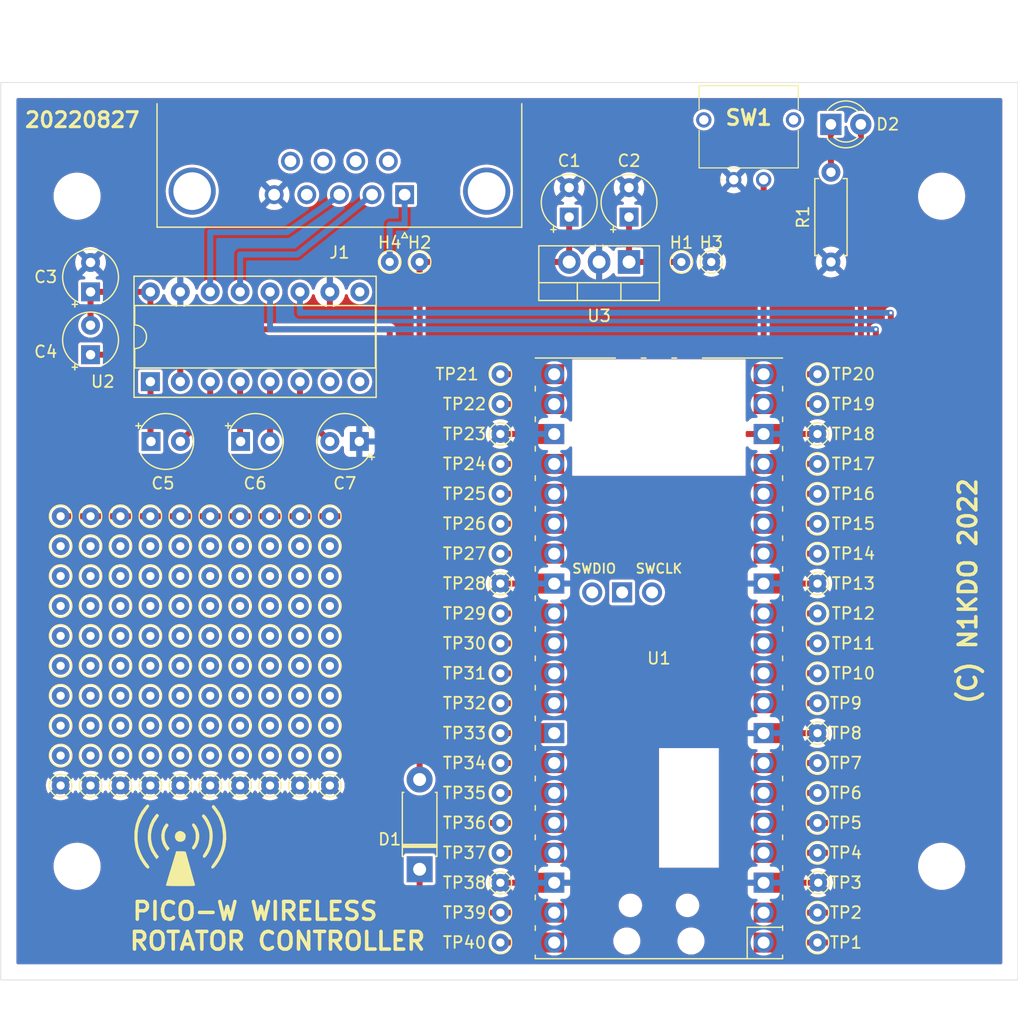
<source format=kicad_pcb>
(kicad_pcb (version 20211014) (generator pcbnew)
  (title_block (title "PICO-W Wireless Rotator Controller") (date "2022-08-27") (rev "0.1.0") (comment 4 "Copyright 2022, J. B. Otterson N1KDO."))
  (layers (0 "F.Cu" signal) (31 "B.Cu" signal) (34 "B.Paste" user) (35 "F.Paste" user) (36 "B.SilkS" user "B.Silkscreen") (37 "F.SilkS" user "F.Silkscreen") (38 "B.Mask" user) (39 "F.Mask" user) (44 "Edge.Cuts" user))
  (net 0 "")
  (net 1 "Net-(C5-Pad1)")
  (net 2 "Net-(C6-Pad1)")
  (net 3 "Net-(C2-Pad1)")
  (net 4 "GND")
  (net 5 "Net-(C6-Pad2)")
  (net 6 "Net-(C7-Pad2)")
  (net 7 "Net-(C4-Pad1)")
  (net 8 "+3.3V")
  (net 9 "Net-(C5-Pad2)")
  (net 10 "+5V")
  (net 11 "Net-(D1-Pad1)")
  (net 12 "Net-(H4-Pad1)")
  (net 13 "Net-(J1-Pad2)")
  (net 14 "Net-(J1-Pad3)")
  (net 20 "TX")
  (net 21 "RX")
  (net 22 "Net-(TP6-Pad1)")
  (net 23 "Net-(TP7-Pad1)")
  (net 24 "Net-(TP9-Pad1)")
  (net 25 "Net-(TP10-Pad1)")
  (net 26 "Net-(TP11-Pad1)")
  (net 27 "Net-(TP12-Pad1)")
  (net 28 "Net-(TP14-Pad1)")
  (net 29 "Net-(TP15-Pad1)")
  (net 30 "Net-(TP16-Pad1)")
  (net 31 "Net-(TP17-Pad1)")
  (net 32 "Net-(TP19-Pad1)")
  (net 33 "Net-(TP20-Pad1)")
  (net 34 "Net-(TP21-Pad1)")
  (net 35 "Net-(TP22-Pad1)")
  (net 36 "Net-(TP24-Pad1)")
  (net 37 "Net-(TP25-Pad1)")
  (net 38 "Net-(TP26-Pad1)")
  (net 39 "Net-(TP27-Pad1)")
  (net 40 "Net-(TP29-Pad1)")
  (net 41 "Net-(TP30-Pad1)")
  (net 42 "Net-(TP31-Pad1)")
  (net 43 "Net-(TP32-Pad1)")
  (net 44 "Net-(TP33-Pad1)")
  (net 45 "Net-(TP34-Pad1)")
  (net 46 "Net-(TP35-Pad1)")
  (net 47 "Net-(TP37-Pad1)")
  (net 48 "Net-(TP40-Pad1)")
  (net 55 "Net-(D2-Pad1)")
  (net 56 "Net-(D2-Pad2)")
  (net 57 "Net-(SW1-Pad2)")
  (footprint "TestPoint:TestPoint_THTPad_D1.5mm_Drill0.7mm" (layer "F.Cu") (at 67.818 93.345 180)
    (fp_text reference "TP38")
    (fp_text value "TestPoint")
  )
  (footprint "TestPoint:TestPoint_THTPad_D1.5mm_Drill0.7mm" (layer "F.Cu") (at 53.34 69.85)
    (fp_text reference "GH94")
    (fp_text value "MountingHole")
  )
  (footprint "TestPoint:TestPoint_THTPad_D1.5mm_Drill0.7mm" (layer "F.Cu") (at 94.742 50.165 180)
    (fp_text reference "TP20")
    (fp_text value "TestPoint")
  )
  (footprint "TestPoint:TestPoint_THTPad_D1.5mm_Drill0.7mm" (layer "F.Cu") (at 83.185 40.64)
    (fp_text reference "H1")
    (fp_text value "3")
  )
  (footprint "TestPoint:TestPoint_THTPad_D1.5mm_Drill0.7mm" (layer "F.Cu") (at 45.72 67.31)
    (fp_text reference "GH63")
    (fp_text value "MountingHole")
  )
  (footprint "TestPoint:TestPoint_THTPad_D1.5mm_Drill0.7mm" (layer "F.Cu") (at 38.1 69.85)
    (fp_text reference "GH34")
    (fp_text value "MountingHole")
  )
  (footprint "TestPoint:TestPoint_THTPad_D1.5mm_Drill0.7mm" (layer "F.Cu") (at 67.818 60.325 180)
    (fp_text reference "TP25")
    (fp_text value "TestPoint")
  )
  (footprint "TestPoint:TestPoint_THTPad_D1.5mm_Drill0.7mm" (layer "F.Cu") (at 38.1 80.01)
    (fp_text reference "GH38")
    (fp_text value "MountingHole")
  )
  (footprint "TestPoint:TestPoint_THTPad_D1.5mm_Drill0.7mm" (layer "F.Cu") (at 40.64 85.09)
    (fp_text reference "GH50")
    (fp_text value "MountingHole")
  )
  (footprint "Capacitor_THT:CP_Radial_Tantal_D4.5mm_P2.50mm" (layer "F.Cu") (at 55.838856 55.88 180)
    (fp_text reference "C7")
    (fp_text value ".1")
  )
  (footprint "TestPoint:TestPoint_THTPad_D1.5mm_Drill0.7mm" (layer "F.Cu") (at 33.02 85.09)
    (fp_text reference "GH20")
    (fp_text value "MountingHole")
  )
  (footprint "TestPoint:TestPoint_THTPad_D1.5mm_Drill0.7mm" (layer "F.Cu") (at 33.02 64.77)
    (fp_text reference "GH12")
    (fp_text value "MountingHole")
  )
  (footprint "TestPoint:TestPoint_THTPad_D1.5mm_Drill0.7mm" (layer "F.Cu") (at 94.742 98.425 180)
    (fp_text reference "TP1")
    (fp_text value "TestPoint")
  )
  (footprint "TestPoint:TestPoint_THTPad_D1.5mm_Drill0.7mm" (layer "F.Cu") (at 38.1 77.47)
    (fp_text reference "GH37")
    (fp_text value "MountingHole")
  )
  (footprint "Capacitor_THT:CP_Radial_Tantal_D4.5mm_P2.50mm" (layer "F.Cu") (at 78.74 36.83 90)
    (fp_text reference "C2")
    (fp_text value ".1")
  )
  (footprint "TestPoint:TestPoint_THTPad_D1.5mm_Drill0.7mm" (layer "F.Cu") (at 67.818 88.265 180)
    (fp_text reference "TP36")
    (fp_text value "TestPoint")
  )
  (footprint "TestPoint:TestPoint_THTPad_D1.5mm_Drill0.7mm" (layer "F.Cu") (at 38.1 82.55)
    (fp_text reference "GH39")
    (fp_text value "MountingHole")
  )
  (footprint "TestPoint:TestPoint_THTPad_D1.5mm_Drill0.7mm" (layer "F.Cu") (at 94.742 80.645 180)
    (fp_text reference "TP8")
    (fp_text value "TestPoint")
  )
  (footprint "TestPoint:TestPoint_THTPad_D1.5mm_Drill0.7mm" (layer "F.Cu") (at 94.742 83.185 180)
    (fp_text reference "TP7")
    (fp_text value "TestPoint")
  )
  (footprint "TestPoint:TestPoint_THTPad_D1.5mm_Drill0.7mm" (layer "F.Cu") (at 60.96 40.64)
    (fp_text reference "H2")
    (fp_text value "2")
  )
  (footprint "TestPoint:TestPoint_THTPad_D1.5mm_Drill0.7mm" (layer "F.Cu") (at 67.818 52.705 180)
    (fp_text reference "TP22")
    (fp_text value "TestPoint")
  )
  (footprint "TestPoint:TestPoint_THTPad_D1.5mm_Drill0.7mm" (layer "F.Cu") (at 67.818 62.865 180)
    (fp_text reference "TP26")
    (fp_text value "TestPoint")
  )
  (footprint "TestPoint:TestPoint_THTPad_D1.5mm_Drill0.7mm" (layer "F.Cu") (at 45.72 72.39)
    (fp_text reference "GH65")
    (fp_text value "MountingHole")
  )
  (footprint "TestPoint:TestPoint_THTPad_D1.5mm_Drill0.7mm" (layer "F.Cu") (at 33.02 74.93)
    (fp_text reference "GH16")
    (fp_text value "MountingHole")
  )
  (footprint "TestPoint:TestPoint_THTPad_D1.5mm_Drill0.7mm" (layer "F.Cu") (at 35.56 72.39)
    (fp_text reference "GH25")
    (fp_text value "MountingHole")
  )
  (footprint "TestPoint:TestPoint_THTPad_D1.5mm_Drill0.7mm" (layer "F.Cu") (at 45.72 62.23)
    (fp_text reference "GH61")
    (fp_text value "MountingHole")
  )
  (footprint "Resistor_THT:R_Axial_DIN0207_L6.3mm_D2.5mm_P7.62mm_Horizontal" (layer "F.Cu") (at 95.885 40.64 90)
    (fp_text reference "R1")
    (fp_text value "330")
  )
  (footprint "TestPoint:TestPoint_THTPad_D1.5mm_Drill0.7mm" (layer "F.Cu") (at 50.8 67.31)
    (fp_text reference "GH83")
    (fp_text value "MountingHole")
  )
  (footprint "TestPoint:TestPoint_THTPad_D1.5mm_Drill0.7mm" (layer "F.Cu") (at 48.26 69.85)
    (fp_text reference "GH74")
    (fp_text value "MountingHole")
  )
  (footprint "MountingHole:MountingHole_3.5mm" (layer "F.Cu") (at 31.877 35.052)
    (fp_text reference "H6")
    (fp_text value "MountingHole")
  )
  (footprint "TestPoint:TestPoint_THTPad_D1.5mm_Drill0.7mm" (layer "F.Cu") (at 35.56 80.01)
    (fp_text reference "GH28")
    (fp_text value "MountingHole")
  )
  (footprint "TestPoint:TestPoint_THTPad_D1.5mm_Drill0.7mm" (layer "F.Cu") (at 58.42 40.64)
    (fp_text reference "H4")
    (fp_text value "1")
  )
  (footprint "TestPoint:TestPoint_THTPad_D1.5mm_Drill0.7mm" (layer "F.Cu") (at 50.8 74.93)
    (fp_text reference "GH86")
    (fp_text value "MountingHole")
  )
  (footprint "TestPoint:TestPoint_THTPad_D1.5mm_Drill0.7mm" (layer "F.Cu") (at 35.56 64.77)
    (fp_text reference "GH22")
    (fp_text value "MountingHole")
  )
  (footprint "TestPoint:TestPoint_THTPad_D1.5mm_Drill0.7mm" (layer "F.Cu") (at 30.48 77.47)
    (fp_text reference "GH7")
    (fp_text value "MountingHole")
  )
  (footprint "TestPoint:TestPoint_THTPad_D1.5mm_Drill0.7mm" (layer "F.Cu") (at 67.818 98.425 180)
    (fp_text reference "TP40")
    (fp_text value "TestPoint")
  )
  (footprint "TestPoint:TestPoint_THTPad_D1.5mm_Drill0.7mm" (layer "F.Cu") (at 35.56 62.23)
    (fp_text reference "GH21")
    (fp_text value "MountingHole")
  )
  (footprint "TestPoint:TestPoint_THTPad_D1.5mm_Drill0.7mm" (layer "F.Cu") (at 50.8 64.77)
    (fp_text reference "GH82")
    (fp_text value "MountingHole")
  )
  (footprint "Capacitor_THT:CP_Radial_Tantal_D4.5mm_P2.50mm" (layer "F.Cu") (at 38.151144 55.88)
    (fp_text reference "C5")
    (fp_text value ".1")
  )
  (footprint "TestPoint:TestPoint_THTPad_D1.5mm_Drill0.7mm" (layer "F.Cu") (at 45.72 77.47)
    (fp_text reference "GH67")
    (fp_text value "MountingHole")
  )
  (footprint "Capacitor_THT:CP_Radial_Tantal_D4.5mm_P2.50mm" (layer "F.Cu") (at 33.02 43.18 90)
    (fp_text reference "C3")
    (fp_text value ".1")
  )
  (footprint "TestPoint:TestPoint_THTPad_D1.5mm_Drill0.7mm" (layer "F.Cu") (at 85.725 40.64)
    (fp_text reference "H3")
    (fp_text value "3")
  )
  (footprint "TestPoint:TestPoint_THTPad_D1.5mm_Drill0.7mm" (layer "F.Cu") (at 43.18 85.09)
    (fp_text reference "GH60")
    (fp_text value "MountingHole")
  )
  (footprint "TestPoint:TestPoint_THTPad_D1.5mm_Drill0.7mm" (layer "F.Cu") (at 30.48 72.39)
    (fp_text reference "GH5")
    (fp_text value "MountingHole")
  )
  (footprint "TestPoint:TestPoint_THTPad_D1.5mm_Drill0.7mm" (layer "F.Cu") (at 94.807 93.345 180)
    (fp_text reference "TP3")
    (fp_text value "TestPoint")
  )
  (footprint "TestPoint:TestPoint_THTPad_D1.5mm_Drill0.7mm" (layer "F.Cu") (at 94.742 57.785 180)
    (fp_text reference "TP17")
    (fp_text value "TestPoint")
  )
  (footprint "TestPoint:TestPoint_THTPad_D1.5mm_Drill0.7mm" (layer "F.Cu") (at 30.48 67.31)
    (fp_text reference "GH3")
    (fp_text value "MountingHole")
  )
  (footprint "TestPoint:TestPoint_THTPad_D1.5mm_Drill0.7mm" (layer "F.Cu") (at 38.1 64.77)
    (fp_text reference "GH32")
    (fp_text value "MountingHole")
  )
  (footprint "SamacSys_Parts:GB215AHB" (layer "F.Cu") (at 87.63 33.655 180)
    (fp_text reference "SW1")
    (fp_text value "Mode Button" hide)
  )
  (footprint "TestPoint:TestPoint_THTPad_D1.5mm_Drill0.7mm" (layer "F.Cu") (at 67.818 83.185 180)
    (fp_text reference "TP34")
    (fp_text value "TestPoint")
  )
  (footprint "TestPoint:TestPoint_THTPad_D1.5mm_Drill0.7mm" (layer "F.Cu") (at 53.34 82.55)
    (fp_text reference "GH99")
    (fp_text value "MountingHole")
  )
  (footprint "Package_DIP:DIP-16_W7.62mm_Socket" (layer "F.Cu") (at 38.1 50.8 90)
    (fp_text reference "U2")
    (fp_text value "MAX3232")
  )
  (footprint "pictures:non-ionizing-bigger" (layer "F.Cu") (at 40.64 90.17)
    (fp_text reference "G1" hide)
    (fp_text value "LOGO" hide)
  )
  (footprint "TestPoint:TestPoint_THTPad_D1.5mm_Drill0.7mm" (layer "F.Cu") (at 38.1 62.23)
    (fp_text reference "GH31")
    (fp_text value "MountingHole")
  )
  (footprint "TestPoint:TestPoint_THTPad_D1.5mm_Drill0.7mm" (layer "F.Cu") (at 35.56 69.85)
    (fp_text reference "GH24")
    (fp_text value "MountingHole")
  )
  (footprint "TestPoint:TestPoint_THTPad_D1.5mm_Drill0.7mm" (layer "F.Cu") (at 67.818 65.405 180)
    (fp_text reference "TP27")
    (fp_text value "TestPoint")
  )
  (footprint "TestPoint:TestPoint_THTPad_D1.5mm_Drill0.7mm" (layer "F.Cu") (at 67.818 85.725 180)
    (fp_text reference "TP35")
    (fp_text value "TestPoint")
  )
  (footprint "TestPoint:TestPoint_THTPad_D1.5mm_Drill0.7mm" (layer "F.Cu") (at 43.18 67.31)
    (fp_text reference "GH53")
    (fp_text value "MountingHole")
  )
  (footprint "TestPoint:TestPoint_THTPad_D1.5mm_Drill0.7mm" (layer "F.Cu") (at 45.72 69.85)
    (fp_text reference "GH64")
    (fp_text value "MountingHole")
  )
  (footprint "TestPoint:TestPoint_THTPad_D1.5mm_Drill0.7mm" (layer "F.Cu") (at 50.8 80.01)
    (fp_text reference "GH88")
    (fp_text value "MountingHole")
  )
  (footprint "Package_TO_SOT_THT:TO-220-3_Vertical" (layer "F.Cu") (at 78.74 40.64 180)
    (fp_text reference "U3")
    (fp_text value "LM7805_TO220")
  )
  (footprint "TestPoint:TestPoint_THTPad_D1.5mm_Drill0.7mm" (layer "F.Cu") (at 40.64 82.55)
    (fp_text reference "GH49")
    (fp_text value "MountingHole")
  )
  (footprint "TestPoint:TestPoint_THTPad_D1.5mm_Drill0.7mm" (layer "F.Cu") (at 67.818 80.645 180)
    (fp_text reference "TP33")
    (fp_text value "TestPoint")
  )
  (footprint "TestPoint:TestPoint_THTPad_D1.5mm_Drill0.7mm" (layer "F.Cu") (at 94.742 88.265 180)
    (fp_text reference "TP5")
    (fp_text value "TestPoint")
  )
  (footprint "TestPoint:TestPoint_THTPad_D1.5mm_Drill0.7mm" (layer "F.Cu") (at 40.64 64.77)
    (fp_text reference "GH42")
    (fp_text value "MountingHole")
  )
  (footprint "TestPoint:TestPoint_THTPad_D1.5mm_Drill0.7mm" (layer "F.Cu") (at 50.8 82.55)
    (fp_text reference "GH89")
    (fp_text value "MountingHole")
  )
  (footprint "TestPoint:TestPoint_THTPad_D1.5mm_Drill0.7mm" (layer "F.Cu") (at 43.18 82.55)
    (fp_text reference "GH59")
    (fp_text value "MountingHole")
  )
  (footprint "TestPoint:TestPoint_THTPad_D1.5mm_Drill0.7mm" (layer "F.Cu") (at 94.742 95.885 180)
    (fp_text reference "TP2")
    (fp_text value "TestPoint")
  )
  (footprint "TestPoint:TestPoint_THTPad_D1.5mm_Drill0.7mm" (layer "F.Cu") (at 40.64 80.01)
    (fp_text reference "GH48")
    (fp_text value "MountingHole")
  )
  (footprint "TestPoint:TestPoint_THTPad_D1.5mm_Drill0.7mm" (layer "F.Cu") (at 67.818 67.945 180)
    (fp_text reference "TP28")
    (fp_text value "TestPoint")
  )
  (footprint "TestPoint:TestPoint_THTPad_D1.5mm_Drill0.7mm" (layer "F.Cu") (at 53.34 80.01)
    (fp_text reference "GH98")
    (fp_text value "MountingHole")
  )
  (footprint "TestPoint:TestPoint_THTPad_D1.5mm_Drill0.7mm" (layer "F.Cu") (at 50.8 72.39)
    (fp_text reference "GH85")
    (fp_text value "MountingHole")
  )
  (footprint "TestPoint:TestPoint_THTPad_D1.5mm_Drill0.7mm" (layer "F.Cu") (at 43.18 69.85)
    (fp_text reference "GH54")
    (fp_text value "MountingHole")
  )
  (footprint "TestPoint:TestPoint_THTPad_D1.5mm_Drill0.7mm" (layer "F.Cu") (at 67.818 55.245 180)
    (fp_text reference "TP23")
    (fp_text value "TestPoint")
  )
  (footprint "TestPoint:TestPoint_THTPad_D1.5mm_Drill0.7mm" (layer "F.Cu") (at 67.818 50.165 180)
    (fp_text reference "TP21")
    (fp_text value "TestPoint")
  )
  (footprint "TestPoint:TestPoint_THTPad_D1.5mm_Drill0.7mm" (layer "F.Cu") (at 50.8 77.47)
    (fp_text reference "GH87")
    (fp_text value "MountingHole")
  )
  (footprint "TestPoint:TestPoint_THTPad_D1.5mm_Drill0.7mm" (layer "F.Cu") (at 53.34 72.39)
    (fp_text reference "GH95")
    (fp_text value "MountingHole")
  )
  (footprint "TestPoint:TestPoint_THTPad_D1.5mm_Drill0.7mm" (layer "F.Cu") (at 33.02 82.55)
    (fp_text reference "GH19")
    (fp_text value "MountingHole")
  )
  (footprint "TestPoint:TestPoint_THTPad_D1.5mm_Drill0.7mm" (layer "F.Cu") (at 33.02 67.31)
    (fp_text reference "GH13")
    (fp_text value "MountingHole")
  )
  (footprint "TestPoint:TestPoint_THTPad_D1.5mm_Drill0.7mm" (layer "F.Cu") (at 67.818 73.025 180)
    (fp_text reference "TP30")
    (fp_text value "TestPoint")
  )
  (footprint "TestPoint:TestPoint_THTPad_D1.5mm_Drill0.7mm" (layer "F.Cu") (at 48.26 85.09)
    (fp_text reference "GH80")
    (fp_text value "MountingHole")
  )
  (footprint "TestPoint:TestPoint_THTPad_D1.5mm_Drill0.7mm" (layer "F.Cu") (at 30.48 85.09)
    (fp_text reference "GH10")
    (fp_text value "MountingHole")
  )
  (footprint "TestPoint:TestPoint_THTPad_D1.5mm_Drill0.7mm" (layer "F.Cu") (at 94.742 78.105 180)
    (fp_text reference "TP9")
    (fp_text value "TestPoint")
  )
  (footprint "Connector_Dsub:DSUB-9_Male_Horizontal_P2.77x2.84mm_EdgePinOffset4.94mm_Housed_MountingHolesOffset7.48mm" (layer "F.Cu") (at 59.69 34.925 180)
    (fp_text reference "J1")
    (fp_text value "DB9_Male")
  )
  (footprint "MountingHole:MountingHole_3.5mm" (layer "F.Cu") (at 105.283 91.948)
    (fp_text reference "H8")
    (fp_text value "MountingHole")
  )
  (footprint "MountingHole:MountingHole_3.5mm" (layer "F.Cu") (at 105.283 35.052)
    (fp_text reference "H5")
    (fp_text value "MountingHole")
  )
  (footprint "TestPoint:TestPoint_THTPad_D1.5mm_Drill0.7mm" (layer "F.Cu") (at 67.818 75.565 180)
    (fp_text reference "TP31")
    (fp_text value "TestPoint")
  )
  (footprint "TestPoint:TestPoint_THTPad_D1.5mm_Drill0.7mm" (layer "F.Cu") (at 43.18 74.93)
    (fp_text reference "GH56")
    (fp_text value "MountingHole")
  )
  (footprint "pico-w:RPi_PicoW_SMD_TH" (layer "F.Cu") (at 81.28 74.295 180)
    (fp_text reference "U1")
    (fp_text value "PicoW")
  )
  (footprint "TestPoint:TestPoint_THTPad_D1.5mm_Drill0.7mm" (layer "F.Cu") (at 94.742 70.485 180)
    (fp_text reference "TP12")
    (fp_text value "TestPoint")
  )
  (footprint "TestPoint:TestPoint_THTPad_D1.5mm_Drill0.7mm" (layer "F.Cu") (at 35.56 82.55)
    (fp_text reference "GH29")
    (fp_text value "MountingHole")
  )
  (footprint "TestPoint:TestPoint_THTPad_D1.5mm_Drill0.7mm" (layer "F.Cu") (at 48.26 80.01)
    (fp_text reference "GH78")
    (fp_text value "MountingHole")
  )
  (footprint "TestPoint:TestPoint_THTPad_D1.5mm_Drill0.7mm" (layer "F.Cu") (at 67.818 70.485 180)
    (fp_text reference "TP29")
    (fp_text value "TestPoint")
  )
  (footprint "TestPoint:TestPoint_THTPad_D1.5mm_Drill0.7mm" (layer "F.Cu") (at 50.8 62.23)
    (fp_text reference "GH81")
    (fp_text value "MountingHole")
  )
  (footprint "TestPoint:TestPoint_THTPad_D1.5mm_Drill0.7mm" (layer "F.Cu") (at 40.64 69.85)
    (fp_text reference "GH44")
    (fp_text value "MountingHole")
  )
  (footprint "TestPoint:TestPoint_THTPad_D1.5mm_Drill0.7mm" (layer "F.Cu") (at 30.48 64.77)
    (fp_text reference "GH2")
    (fp_text value "MountingHole")
  )
  (footprint "TestPoint:TestPoint_THTPad_D1.5mm_Drill0.7mm" (layer "F.Cu") (at 94.742 90.805 180)
    (fp_text reference "TP4")
    (fp_text value "TestPoint")
  )
  (footprint "TestPoint:TestPoint_THTPad_D1.5mm_Drill0.7mm" (layer "F.Cu") (at 50.8 69.85)
    (fp_text reference "GH84")
    (fp_text value "MountingHole")
  )
  (footprint "TestPoint:TestPoint_THTPad_D1.5mm_Drill0.7mm" (layer "F.Cu") (at 33.02 72.39)
    (fp_text reference "GH15")
    (fp_text value "MountingHole")
  )
  (footprint "TestPoint:TestPoint_THTPad_D1.5mm_Drill0.7mm" (layer "F.Cu") (at 94.742 73.025 180)
    (fp_text reference "TP11")
    (fp_text value "TestPoint")
  )
  (footprint "TestPoint:TestPoint_THTPad_D1.5mm_Drill0.7mm" (layer "F.Cu") (at 94.742 67.945 180)
    (fp_text reference "TP13")
    (fp_text value "TestPoint")
  )
  (footprint "TestPoint:TestPoint_THTPad_D1.5mm_Drill0.7mm" (layer "F.Cu") (at 33.02 77.47)
    (fp_text reference "GH17")
    (fp_text value "MountingHole")
  )
  (footprint "Capacitor_THT:CP_Radial_Tantal_D4.5mm_P2.50mm" (layer "F.Cu") (at 33.02 48.514 90)
    (fp_text reference "C4")
    (fp_text value ".1")
  )
  (footprint "TestPoint:TestPoint_THTPad_D1.5mm_Drill0.7mm" (layer "F.Cu") (at 45.72 74.93)
    (fp_text reference "GH66")
    (fp_text value "MountingHole")
  )
  (footprint "TestPoint:TestPoint_THTPad_D1.5mm_Drill0.7mm" (layer "F.Cu") (at 38.1 85.09)
    (fp_text reference "GH40")
    (fp_text value "MountingHole")
  )
  (footprint "TestPoint:TestPoint_THTPad_D1.5mm_Drill0.7mm" (layer "F.Cu") (at 35.56 85.09)
    (fp_text reference "GH30")
    (fp_text value "MountingHole")
  )
  (footprint "TestPoint:TestPoint_THTPad_D1.5mm_Drill0.7mm" (layer "F.Cu") (at 48.26 82.55)
    (fp_text reference "GH79")
    (fp_text value "MountingHole")
  )
  (footprint "TestPoint:TestPoint_THTPad_D1.5mm_Drill0.7mm" (layer "F.Cu") (at 40.64 67.31)
    (fp_text reference "GH43")
    (fp_text value "MountingHole")
  )
  (footprint "TestPoint:TestPoint_THTPad_D1.5mm_Drill0.7mm" (layer "F.Cu") (at 67.818 57.785 180)
    (fp_text reference "TP24")
    (fp_text value "TestPoint")
  )
  (footprint "TestPoint:TestPoint_THTPad_D1.5mm_Drill0.7mm" (layer "F.Cu") (at 67.818 78.105 180)
    (fp_text reference "TP32")
    (fp_text value "TestPoint")
  )
  (footprint "TestPoint:TestPoint_THTPad_D1.5mm_Drill0.7mm" (layer "F.Cu") (at 45.72 85.09)
    (fp_text reference "GH70")
    (fp_text value "MountingHole")
  )
  (footprint "TestPoint:TestPoint_THTPad_D1.5mm_Drill0.7mm" (layer "F.Cu") (at 48.26 64.77)
    (fp_text reference "GH72")
    (fp_text value "MountingHole")
  )
  (footprint "TestPoint:TestPoint_THTPad_D1.5mm_Drill0.7mm" (layer "F.Cu") (at 38.1 74.93)
    (fp_text reference "GH36")
    (fp_text value "MountingHole")
  )
  (footprint "TestPoint:TestPoint_THTPad_D1.5mm_Drill0.7mm" (layer "F.Cu") (at 48.26 74.93)
    (fp_text reference "GH76")
    (fp_text value "MountingHole")
  )
  (footprint "TestPoint:TestPoint_THTPad_D1.5mm_Drill0.7mm" (layer "F.Cu") (at 94.742 75.565 180)
    (fp_text reference "TP10")
    (fp_text value "TestPoint")
  )
  (footprint "TestPoint:TestPoint_THTPad_D1.5mm_Drill0.7mm" (layer "F.Cu") (at 45.72 64.77)
    (fp_text reference "GH62")
    (fp_text value "MountingHole")
  )
  (footprint "TestPoint:TestPoint_THTPad_D1.5mm_Drill0.7mm" (layer "F.Cu") (at 48.26 62.23)
    (fp_text reference "GH71")
    (fp_text value "MountingHole")
  )
  (footprint "TestPoint:TestPoint_THTPad_D1.5mm_Drill0.7mm" (layer "F.Cu") (at 33.02 69.85)
    (fp_text reference "GH14")
    (fp_text value "MountingHole")
  )
  (footprint "TestPoint:TestPoint_THTPad_D1.5mm_Drill0.7mm" (layer "F.Cu") (at 35.56 77.47)
    (fp_text reference "GH27")
    (fp_text value "MountingHole")
  )
  (footprint "TestPoint:TestPoint_THTPad_D1.5mm_Drill0.7mm" (layer "F.Cu") (at 94.742 55.245 180)
    (fp_text reference "TP18")
    (fp_text value "TestPoint")
  )
  (footprint "TestPoint:TestPoint_THTPad_D1.5mm_Drill0.7mm" (layer "F.Cu") (at 94.742 52.705 180)
    (fp_text reference "TP19")
    (fp_text value "TestPoint")
  )
  (footprint "TestPoint:TestPoint_THTPad_D1.5mm_Drill0.7mm" (layer "F.Cu") (at 40.64 62.23)
    (fp_text reference "GH41")
    (fp_text value "MountingHole")
  )
  (footprint "TestPoint:TestPoint_THTPad_D1.5mm_Drill0.7mm" (layer "F.Cu") (at 30.48 74.93)
    (fp_text reference "GH6")
    (fp_text value "MountingHole")
  )
  (footprint "TestPoint:TestPoint_THTPad_D1.5mm_Drill0.7mm" (layer "F.Cu") (at 67.818 95.885 180)
    (fp_text reference "TP39")
    (fp_text value "TestPoint")
  )
  (footprint "TestPoint:TestPoint_THTPad_D1.5mm_Drill0.7mm" (layer "F.Cu") (at 94.742 85.725 180)
    (fp_text reference "TP6")
    (fp_text value "TestPoint")
  )
  (footprint "TestPoint:TestPoint_THTPad_D1.5mm_Drill0.7mm" (layer "F.Cu") (at 43.18 64.77)
    (fp_text reference "GH52")
    (fp_text value "MountingHole")
  )
  (footprint "TestPoint:TestPoint_THTPad_D1.5mm_Drill0.7mm" (layer "F.Cu") (at 53.34 85.09)
    (fp_text reference "GH100")
    (fp_text value "MountingHole")
  )
  (footprint "TestPoint:TestPoint_THTPad_D1.5mm_Drill0.7mm" (layer "F.Cu") (at 94.742 65.405 180)
    (fp_text reference "TP14")
    (fp_text value "TestPoint")
  )
  (footprint "TestPoint:TestPoint_THTPad_D1.5mm_Drill0.7mm" (layer "F.Cu") (at 33.02 80.01)
    (fp_text reference "GH18")
    (fp_text value "MountingHole")
  )
  (footprint "TestPoint:TestPoint_THTPad_D1.5mm_Drill0.7mm" (layer "F.Cu") (at 43.18 62.23)
    (fp_text reference "GH51")
    (fp_text value "MountingHole")
  )
  (footprint "TestPoint:TestPoint_THTPad_D1.5mm_Drill0.7mm" (layer "F.Cu") (at 30.48 80.01)
    (fp_text reference "GH8")
    (fp_text value "MountingHole")
  )
  (footprint "TestPoint:TestPoint_THTPad_D1.5mm_Drill0.7mm" (layer "F.Cu") (at 30.48 69.85)
    (fp_text reference "GH4")
    (fp_text value "MountingHole")
  )
  (footprint "TestPoint:TestPoint_THTPad_D1.5mm_Drill0.7mm" (layer "F.Cu") (at 35.56 67.31)
    (fp_text reference "GH23")
    (fp_text value "MountingHole")
  )
  (footprint "TestPoint:TestPoint_THTPad_D1.5mm_Drill0.7mm" (layer "F.Cu") (at 94.742 62.865 180)
    (fp_text reference "TP15")
    (fp_text value "TestPoint")
  )
  (footprint "Capacitor_THT:CP_Radial_Tantal_D4.5mm_P2.50mm" (layer "F.Cu") (at 73.66 36.83 90)
    (fp_text reference "C1")
    (fp_text value ".1")
  )
  (footprint "LED_THT:LED_D3.0mm" (layer "F.Cu") (at 95.88 28.956)
    (fp_text reference "D2")
    (fp_text value "LED")
  )
  (footprint "MountingHole:MountingHole_3.5mm" (layer "F.Cu") (at 31.877 91.948)
    (fp_text reference "H7")
    (fp_text value "MountingHole")
  )
  (footprint "TestPoint:TestPoint_THTPad_D1.5mm_Drill0.7mm" (layer "F.Cu") (at 53.34 77.47)
    (fp_text reference "GH97")
    (fp_text value "MountingHole")
  )
  (footprint "TestPoint:TestPoint_THTPad_D1.5mm_Drill0.7mm" (layer "F.Cu") (at 45.72 82.55)
    (fp_text reference "GH69")
    (fp_text value "MountingHole")
  )
  (footprint "TestPoint:TestPoint_THTPad_D1.5mm_Drill0.7mm" (layer "F.Cu") (at 40.64 72.39)
    (fp_text reference "GH45")
    (fp_text value "MountingHole")
  )
  (footprint "TestPoint:TestPoint_THTPad_D1.5mm_Drill0.7mm" (layer "F.Cu") (at 38.1 67.31)
    (fp_text reference "GH33")
    (fp_text value "MountingHole")
  )
  (footprint "TestPoint:TestPoint_THTPad_D1.5mm_Drill0.7mm" (layer "F.Cu") (at 30.48 82.55)
    (fp_text reference "GH9")
    (fp_text value "MountingHole")
  )
  (footprint "TestPoint:TestPoint_THTPad_D1.5mm_Drill0.7mm" (layer "F.Cu") (at 53.34 64.77)
    (fp_text reference "GH92")
    (fp_text value "MountingHole")
  )
  (footprint "TestPoint:TestPoint_THTPad_D1.5mm_Drill0.7mm" (layer "F.Cu") (at 53.34 74.93)
    (fp_text reference "GH96")
    (fp_text value "MountingHole")
  )
  (footprint "Diode_THT:D_DO-41_SOD81_P7.62mm_Horizontal" (layer "F.Cu") (at 60.96 92.202 90)
    (fp_text reference "D1")
    (fp_text value "1N5819")
  )
  (footprint "TestPoint:TestPoint_THTPad_D1.5mm_Drill0.7mm" (layer "F.Cu") (at 67.818 90.805 180)
    (fp_text reference "TP37")
    (fp_text value "TestPoint")
  )
  (footprint "Capacitor_THT:CP_Radial_Tantal_D4.5mm_P2.50mm" (layer "F.Cu") (at 45.761144 55.88)
    (fp_text reference "C6")
    (fp_text value ".1")
  )
  (footprint "TestPoint:TestPoint_THTPad_D1.5mm_Drill0.7mm" (layer "F.Cu") (at 94.742 60.325 180)
    (fp_text reference "TP16")
    (fp_text value "TestPoint")
  )
  (footprint "TestPoint:TestPoint_THTPad_D1.5mm_Drill0.7mm" (layer "F.Cu") (at 53.34 62.23)
    (fp_text reference "GH91")
    (fp_text value "MountingHole")
  )
  (footprint "TestPoint:TestPoint_THTPad_D1.5mm_Drill0.7mm" (layer "F.Cu") (at 48.26 67.31)
    (fp_text reference "GH73")
    (fp_text value "MountingHole")
  )
  (footprint "TestPoint:TestPoint_THTPad_D1.5mm_Drill0.7mm" (layer "F.Cu") (at 38.1 72.39)
    (fp_text reference "GH35")
    (fp_text value "MountingHole")
  )
  (footprint "TestPoint:TestPoint_THTPad_D1.5mm_Drill0.7mm" (layer "F.Cu") (at 35.56 74.93)
    (fp_text reference "GH26")
    (fp_text value "MountingHole")
  )
  (footprint "TestPoint:TestPoint_THTPad_D1.5mm_Drill0.7mm" (layer "F.Cu") (at 43.18 72.39)
    (fp_text reference "GH55")
    (fp_text value "MountingHole")
  )
  (footprint "TestPoint:TestPoint_THTPad_D1.5mm_Drill0.7mm" (layer "F.Cu") (at 33.02 62.23)
    (fp_text reference "GH11")
    (fp_text value "MountingHole")
  )
  (footprint "TestPoint:TestPoint_THTPad_D1.5mm_Drill0.7mm" (layer "F.Cu") (at 40.64 74.93)
    (fp_text reference "GH46")
    (fp_text value "MountingHole")
  )
  (footprint "TestPoint:TestPoint_THTPad_D1.5mm_Drill0.7mm" (layer "F.Cu") (at 50.8 85.09)
    (fp_text reference "GH90")
    (fp_text value "MountingHole")
  )
  (footprint "TestPoint:TestPoint_THTPad_D1.5mm_Drill0.7mm" (layer "F.Cu") (at 30.48 62.23)
    (fp_text reference "GH1")
    (fp_text value "MountingHole")
  )
  (footprint "TestPoint:TestPoint_THTPad_D1.5mm_Drill0.7mm" (layer "F.Cu") (at 48.26 77.47)
    (fp_text reference "GH77")
    (fp_text value "MountingHole")
  )
  (footprint "TestPoint:TestPoint_THTPad_D1.5mm_Drill0.7mm" (layer "F.Cu") (at 48.26 72.39)
    (fp_text reference "GH75")
    (fp_text value "MountingHole")
  )
  (footprint "TestPoint:TestPoint_THTPad_D1.5mm_Drill0.7mm" (layer "F.Cu") (at 40.64 77.47)
    (fp_text reference "GH47")
    (fp_text value "MountingHole")
  )
  (footprint "TestPoint:TestPoint_THTPad_D1.5mm_Drill0.7mm" (layer "F.Cu") (at 53.34 67.31)
    (fp_text reference "GH93")
    (fp_text value "MountingHole")
  )
  (footprint "TestPoint:TestPoint_THTPad_D1.5mm_Drill0.7mm" (layer "F.Cu") (at 43.18 80.01)
    (fp_text reference "GH58")
    (fp_text value "MountingHole")
  )
  (footprint "TestPoint:TestPoint_THTPad_D1.5mm_Drill0.7mm" (layer "F.Cu") (at 43.18 77.47)
    (fp_text reference "GH57")
    (fp_text value "MountingHole")
  )
  (footprint "TestPoint:TestPoint_THTPad_D1.5mm_Drill0.7mm" (layer "F.Cu") (at 45.72 80.01)
    (fp_text reference "GH68")
    (fp_text value "MountingHole")
  )
  (gr_rect (start 25.4 25.4) (end 111.76 101.6) (layer "Edge.Cuts") (width 0.05) (fill none))
  (gr_text "(C) N1KDO 2022" (at 107.504 68.58 90) (layer "F.SilkS") (effects (font (size 1.5 1.5) (thickness 0.3))))
  (gr_text "PICO-W WIRELESS" (at 46.99 95.758) (layer "F.SilkS") (effects (font (size 1.5 1.5) (thickness 0.3))))
  (gr_text "20220827" (at 32.32 28.575) (layer "F.SilkS") (effects (font (size 1.27 1.27) (thickness 0.254))))
  (gr_text "ROTATOR CONTROLLER" (at 48.895 98.298) (layer "F.SilkS") (effects (font (size 1.5 1.5) (thickness 0.3))))
  (segment (start 38.11 51.054) (end 38.11 55.88) (width 0.508) (layer "F.Cu") (net 1))
  (segment (start 45.72 51.054) (end 45.72 55.88) (width 0.508) (layer "F.Cu") (net 2))
  (segment (start 78.74 36.83) (end 78.74 40.173144) (width 0.508) (layer "F.Cu") (net 3))
  (segment (start 83.185 40.64) (end 78.74 40.64) (width 0.508) (layer "F.Cu") (net 3))
  (segment (start 67.818 67.945) (end 72.39 67.945) (width 0.508) (layer "F.Cu") (net 4))
  (segment (start 94.742 67.945) (end 90.17 67.945) (width 0.508) (layer "F.Cu") (net 4))
  (segment (start 94.742 80.645) (end 90.17 80.645) (width 0.508) (layer "F.Cu") (net 4))
  (segment (start 90.17 55.245) (end 94.742 55.245) (width 0.508) (layer "F.Cu") (net 4))
  (segment (start 67.818 93.345) (end 72.39 93.345) (width 0.508) (layer "F.Cu") (net 4))
  (segment (start 67.818 55.245) (end 72.39 55.245) (width 0.508) (layer "F.Cu") (net 4))
  (segment (start 90.17 93.345) (end 94.807 93.345) (width 0.508) (layer "F.Cu") (net 4))
  (segment (start 48.26 51.054) (end 48.26 55.88) (width 0.508) (layer "F.Cu") (net 5))
  (segment (start 50.8 50.8) (end 50.8 53.341144) (width 0.508) (layer "F.Cu") (net 6))
  (segment (start 50.8 53.341144) (end 53.338856 55.88) (width 0.508) (layer "F.Cu") (net 6))
  (segment (start 40.64 48.514) (end 40.64 51.054) (width 0.508) (layer "F.Cu") (net 7))
  (segment (start 33.02 48.514) (end 40.64 48.514) (width 0.508) (layer "F.Cu") (net 7))
  (segment (start 67.818 88.265) (end 72.39 88.265) (width 0.508) (layer "F.Cu") (net 8))
  (segment (start 33.02 43.18) (end 38.1 43.18) (width 0.508) (layer "F.Cu") (net 8))
  (segment (start 30.48 62.23) (end 53.34 62.23) (width 0.508) (layer "F.Cu") (net 8))
  (segment (start 33.02 43.18) (end 33.02 46.014) (width 0.508) (layer "F.Cu") (net 8))
  (segment (start 58.42 88.265) (end 67.818 88.265) (width 0.508) (layer "F.Cu") (net 8))
  (segment (start 58.42 62.23) (end 53.34 62.23) (width 0.508) (layer "F.Cu") (net 8))
  (segment (start 38.1 43.18) (end 38.1 46.355) (width 0.508) (layer "F.Cu") (net 8))
  (segment (start 58.42 62.23) (end 58.42 46.355) (width 0.508) (layer "F.Cu") (net 8))
  (segment (start 58.42 46.355) (end 38.1 46.355) (width 0.508) (layer "F.Cu") (net 8))
  (segment (start 58.42 88.265) (end 58.42 62.23) (width 0.508) (layer "F.Cu") (net 8))
  (segment (start 40.651144 55.88) (end 43.19 53.341144) (width 0.508) (layer "F.Cu") (net 9))
  (segment (start 43.18 53.331144) (end 43.18 51.044) (width 0.508) (layer "F.Cu") (net 9))
  (segment (start 60.96 40.64) (end 73.66 40.64) (width 0.508) (layer "F.Cu") (net 10))
  (segment (start 60.96 84.582) (end 60.96 40.64) (width 0.508) (layer "F.Cu") (net 10))
  (segment (start 73.66 36.83) (end 73.66 40.173144) (width 0.508) (layer "F.Cu") (net 10))
  (segment (start 60.96 95.885) (end 60.96 92.202) (width 0.508) (layer "F.Cu") (net 11))
  (segment (start 69.85 95.885) (end 60.96 95.885) (width 0.508) (layer "F.Cu") (net 11))
  (segment (start 72.39 95.885) (end 67.818 95.885) (width 0.508) (layer "F.Cu") (net 11))
  (segment (start 59.69 34.925) (end 59.69 37.465) (width 0.508) (layer "B.Cu") (net 12))
  (segment (start 58.42 40.64) (end 58.42 37.465) (width 0.508) (layer "B.Cu") (net 12))
  (segment (start 58.42 37.465) (end 59.69 37.465) (width 0.508) (layer "B.Cu") (net 12))
  (segment (start 45.72 43.18) (end 45.72 40.005) (width 0.508) (layer "B.Cu") (net 13))
  (segment (start 56.92 34.925) (end 50.57 40.005) (width 0.508) (layer "B.Cu") (net 13))
  (segment (start 50.57 40.005) (end 45.72 40.005) (width 0.508) (layer "B.Cu") (net 13))
  (segment (start 49.705 38.1) (end 54.229 34.925) (width 0.508) (layer "B.Cu") (net 14))
  (segment (start 43.18 43.18) (end 43.18 38.1) (width 0.508) (layer "B.Cu") (net 14))
  (segment (start 43.18 38.1) (end 49.705 38.1) (width 0.508) (layer "B.Cu") (net 14))
  (segment (start 100.965 98.425) (end 94.742 98.425) (width 0.508) (layer "F.Cu") (net 20))
  (segment (start 100.965 44.958) (end 100.965 98.425) (width 0.508) (layer "F.Cu") (net 20))
  (segment (start 94.742 98.425) (end 90.17 98.425) (width 0.508) (layer "F.Cu") (net 20))
  (via (at 100.965 44.958) (size 0.508) (drill 0.254) (layers "F.Cu" "B.Cu") (net 20))
  (segment (start 50.8 43.434) (end 50.8 44.958) (width 0.508) (layer "B.Cu") (net 20))
  (segment (start 50.8 44.958) (end 100.965 44.958) (width 0.508) (layer "B.Cu") (net 20))
  (segment (start 99.695 46.355) (end 99.695 95.885) (width 0.508) (layer "F.Cu") (net 21))
  (segment (start 90.17 95.885) (end 94.742 95.885) (width 0.508) (layer "F.Cu") (net 21))
  (segment (start 99.695 95.885) (end 94.742 95.885) (width 0.508) (layer "F.Cu") (net 21))
  (via (at 99.695 46.355) (size 0.508) (drill 0.254) (layers "F.Cu" "B.Cu") (net 21))
  (segment (start 48.26 46.355) (end 99.695 46.355) (width 0.508) (layer "B.Cu") (net 21))
  (segment (start 48.26 43.434) (end 48.26 46.355) (width 0.508) (layer "B.Cu") (net 21))
  (segment (start 90.17 85.725) (end 94.742 85.725) (width 0.508) (layer "F.Cu") (net 22))
  (segment (start 94.742 83.185) (end 90.17 83.185) (width 0.508) (layer "F.Cu") (net 23))
  (segment (start 94.742 78.105) (end 92.71 78.105) (width 0.508) (layer "F.Cu") (net 24))
  (segment (start 90.17 75.565) (end 94.742 75.565) (width 0.508) (layer "F.Cu") (net 25))
  (segment (start 94.742 73.025) (end 90.17 73.025) (width 0.508) (layer "F.Cu") (net 26))
  (segment (start 90.17 70.485) (end 94.742 70.485) (width 0.508) (layer "F.Cu") (net 27))
  (segment (start 90.17 65.405) (end 94.742 65.405) (width 0.508) (layer "F.Cu") (net 28))
  (segment (start 94.742 62.865) (end 90.17 62.865) (width 0.508) (layer "F.Cu") (net 29))
  (segment (start 90.17 60.325) (end 94.742 60.325) (width 0.508) (layer "F.Cu") (net 30))
  (segment (start 90.17 57.785) (end 94.742 57.785) (width 0.508) (layer "F.Cu") (net 31))
  (segment (start 94.742 52.705) (end 90.17 52.705) (width 0.508) (layer "F.Cu") (net 32))
  (segment (start 90.17 50.165) (end 94.742 50.165) (width 0.508) (layer "F.Cu") (net 33))
  (segment (start 67.818 50.165) (end 72.39 50.165) (width 0.508) (layer "F.Cu") (net 34))
  (segment (start 67.818 52.705) (end 72.39 52.705) (width 0.508) (layer "F.Cu") (net 35))
  (segment (start 67.818 57.785) (end 72.39 57.785) (width 0.508) (layer "F.Cu") (net 36))
  (segment (start 67.818 60.325) (end 72.39 60.325) (width 0.508) (layer "F.Cu") (net 37))
  (segment (start 67.818 62.865) (end 72.39 62.865) (width 0.508) (layer "F.Cu") (net 38))
  (segment (start 67.818 65.405) (end 72.39 65.405) (width 0.508) (layer "F.Cu") (net 39))
  (segment (start 67.818 70.485) (end 72.39 70.485) (width 0.508) (layer "F.Cu") (net 40))
  (segment (start 67.818 73.025) (end 72.39 73.025) (width 0.508) (layer "F.Cu") (net 41))
  (segment (start 67.818 75.565) (end 72.39 75.565) (width 0.508) (layer "F.Cu") (net 42))
  (segment (start 67.818 78.105) (end 72.39 78.105) (width 0.508) (layer "F.Cu") (net 43))
  (segment (start 72.39 80.645) (end 67.818 80.645) (width 0.508) (layer "F.Cu") (net 44))
  (segment (start 67.818 83.185) (end 72.39 83.185) (width 0.508) (layer "F.Cu") (net 45))
  (segment (start 72.39 85.725) (end 67.818 85.725) (width 0.508) (layer "F.Cu") (net 46))
  (segment (start 72.39 90.805) (end 67.818 90.805) (width 0.508) (layer "F.Cu") (net 47))
  (segment (start 67.818 98.425) (end 72.39 98.425) (width 0.508) (layer "F.Cu") (net 48))
  (segment (start 95.885 29.21) (end 95.885 33.02) (width 0.508) (layer "F.Cu") (net 55))
  (segment (start 98.425 90.805) (end 98.425 28.956) (width 0.508) (layer "F.Cu") (net 56))
  (segment (start 90.17 90.805) (end 94.742 90.805) (width 0.508) (layer "F.Cu") (net 56))
  (segment (start 94.742 90.805) (end 98.425 90.805) (width 0.508) (layer "F.Cu") (net 56))
  (segment (start 90.17 88.265) (end 94.742 88.265) (width 0.508) (layer "F.Cu") (net 57))
  (segment (start 97.155 88.265) (end 97.155 47.625) (width 0.508) (layer "F.Cu") (net 57))
  (segment (start 97.155 47.625) (end 90.17 47.625) (width 0.508) (layer "F.Cu") (net 57))
  (segment (start 94.742 88.265) (end 97.155 88.265) (width 0.508) (layer "F.Cu") (net 57))
  (segment (start 90.17 47.625) (end 90.17 33.655) (width 0.508) (layer "F.Cu") (net 57))
  (zone (net 0) (net_name "") (layers F&B.Cu *.Adhes *.Paste *.SilkS *.Mask "F.Fab") (name "MFG") (connect_pads (clearance 0)) (min_thickness 0.254)
    (keepout (tracks not_allowed) (vias not_allowed) (pads not_allowed) (copperpour not_allowed) (footprints allowed))
    (fill (thermal_gap 0.508) (thermal_bridge_width 0.508))
    (polygon (pts (xy 86.36 92.075) (xy 81.28 92.075) (xy 81.28 81.915) (xy 86.36 81.915)))
  )
  (zone (net 0) (net_name "") (layers F&B.Cu "F.Fab") (name "ANTENNA") (connect_pads (clearance 0)) (min_thickness 0.254)
    (keepout (tracks not_allowed) (vias not_allowed) (pads not_allowed) (copperpour not_allowed) (footprints allowed))
    (fill (thermal_gap 0.508) (thermal_bridge_width 0.508))
    (polygon (pts (xy 88.646 58.801) (xy 73.914 58.801) (xy 73.914 48.895) (xy 88.646 48.895)))
  )
  (zone (net 4) (net_name "GND") (layers F&B.Cu) (name "GND") (connect_pads (clearance 0)) (min_thickness 0.254) (fill yes (thermal_gap 0.508) (thermal_bridge_width 0.508))
    (polygon (pts (xy 110.806 100.33) (xy 26.732 100.33) (xy 26.732 26.67) (xy 110.552 26.67)))
  )
)
</source>
